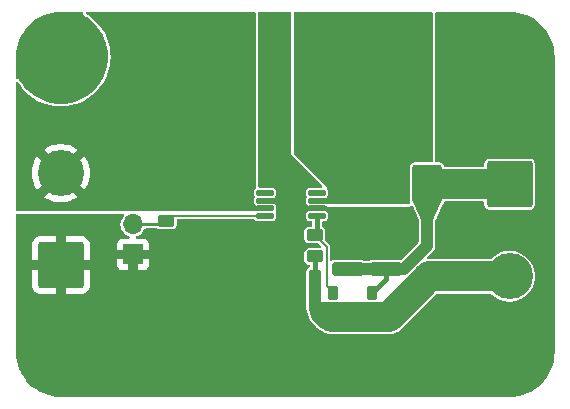
<source format=gtl>
%TF.GenerationSoftware,KiCad,Pcbnew,7.0.6*%
%TF.CreationDate,2023-07-17T23:29:13+02:00*%
%TF.ProjectId,bulb_driver,62756c62-5f64-4726-9976-65722e6b6963,rev?*%
%TF.SameCoordinates,Original*%
%TF.FileFunction,Copper,L1,Top*%
%TF.FilePolarity,Positive*%
%FSLAX46Y46*%
G04 Gerber Fmt 4.6, Leading zero omitted, Abs format (unit mm)*
G04 Created by KiCad (PCBNEW 7.0.6) date 2023-07-17 23:29:13*
%MOMM*%
%LPD*%
G01*
G04 APERTURE LIST*
G04 Aperture macros list*
%AMRoundRect*
0 Rectangle with rounded corners*
0 $1 Rounding radius*
0 $2 $3 $4 $5 $6 $7 $8 $9 X,Y pos of 4 corners*
0 Add a 4 corners polygon primitive as box body*
4,1,4,$2,$3,$4,$5,$6,$7,$8,$9,$2,$3,0*
0 Add four circle primitives for the rounded corners*
1,1,$1+$1,$2,$3*
1,1,$1+$1,$4,$5*
1,1,$1+$1,$6,$7*
1,1,$1+$1,$8,$9*
0 Add four rect primitives between the rounded corners*
20,1,$1+$1,$2,$3,$4,$5,0*
20,1,$1+$1,$4,$5,$6,$7,0*
20,1,$1+$1,$6,$7,$8,$9,0*
20,1,$1+$1,$8,$9,$2,$3,0*%
G04 Aperture macros list end*
%TA.AperFunction,SMDPad,CuDef*%
%ADD10RoundRect,0.250000X1.100000X-0.325000X1.100000X0.325000X-1.100000X0.325000X-1.100000X-0.325000X0*%
%TD*%
%TA.AperFunction,SMDPad,CuDef*%
%ADD11RoundRect,0.250000X-0.450000X0.262500X-0.450000X-0.262500X0.450000X-0.262500X0.450000X0.262500X0*%
%TD*%
%TA.AperFunction,ComponentPad*%
%ADD12RoundRect,0.250002X-1.699998X1.699998X-1.699998X-1.699998X1.699998X-1.699998X1.699998X1.699998X0*%
%TD*%
%TA.AperFunction,ComponentPad*%
%ADD13C,3.900000*%
%TD*%
%TA.AperFunction,ComponentPad*%
%ADD14RoundRect,0.250002X1.699998X-1.699998X1.699998X1.699998X-1.699998X1.699998X-1.699998X-1.699998X0*%
%TD*%
%TA.AperFunction,SMDPad,CuDef*%
%ADD15RoundRect,0.250000X0.262500X0.450000X-0.262500X0.450000X-0.262500X-0.450000X0.262500X-0.450000X0*%
%TD*%
%TA.AperFunction,ComponentPad*%
%ADD16C,0.800000*%
%TD*%
%TA.AperFunction,ComponentPad*%
%ADD17C,6.400000*%
%TD*%
%TA.AperFunction,SMDPad,CuDef*%
%ADD18RoundRect,0.250000X-1.100000X0.325000X-1.100000X-0.325000X1.100000X-0.325000X1.100000X0.325000X0*%
%TD*%
%TA.AperFunction,SMDPad,CuDef*%
%ADD19R,2.000000X3.000000*%
%TD*%
%TA.AperFunction,SMDPad,CuDef*%
%ADD20RoundRect,0.125000X-0.600000X-0.125000X0.600000X-0.125000X0.600000X0.125000X-0.600000X0.125000X0*%
%TD*%
%TA.AperFunction,SMDPad,CuDef*%
%ADD21RoundRect,0.250000X-1.000000X1.400000X-1.000000X-1.400000X1.000000X-1.400000X1.000000X1.400000X0*%
%TD*%
%TA.AperFunction,SMDPad,CuDef*%
%ADD22R,2.800000X5.300000*%
%TD*%
%TA.AperFunction,ComponentPad*%
%ADD23R,1.700000X1.700000*%
%TD*%
%TA.AperFunction,ComponentPad*%
%ADD24O,1.700000X1.700000*%
%TD*%
%TA.AperFunction,SMDPad,CuDef*%
%ADD25RoundRect,0.225000X0.225000X0.375000X-0.225000X0.375000X-0.225000X-0.375000X0.225000X-0.375000X0*%
%TD*%
%TA.AperFunction,ViaPad*%
%ADD26C,0.800000*%
%TD*%
%TA.AperFunction,Conductor*%
%ADD27C,2.500000*%
%TD*%
%TA.AperFunction,Conductor*%
%ADD28C,0.250000*%
%TD*%
%TA.AperFunction,Conductor*%
%ADD29C,1.000000*%
%TD*%
%TA.AperFunction,Conductor*%
%ADD30C,0.400000*%
%TD*%
%TA.AperFunction,Conductor*%
%ADD31C,0.200000*%
%TD*%
G04 APERTURE END LIST*
D10*
%TO.P,C2,1*%
%TO.N,/LED+*%
X114800000Y-87975000D03*
%TO.P,C2,2*%
%TO.N,GND*%
X114800000Y-85025000D03*
%TD*%
D11*
%TO.P,R2,1*%
%TO.N,/FEEDBACK*%
X112000000Y-85087500D03*
%TO.P,R2,2*%
%TO.N,/LED-*%
X112000000Y-86912500D03*
%TD*%
D12*
%TO.P,J3,1,Pin_1*%
%TO.N,/LED+*%
X128500000Y-80800000D03*
D13*
%TO.P,J3,2,Pin_2*%
%TO.N,/LED-*%
X128500000Y-88600000D03*
%TD*%
D11*
%TO.P,R3,1*%
%TO.N,VCC*%
X99400000Y-82075000D03*
%TO.P,R3,2*%
%TO.N,PWM*%
X99400000Y-83900000D03*
%TD*%
D14*
%TO.P,J1,1,Pin_1*%
%TO.N,GND*%
X90500000Y-87650000D03*
D13*
%TO.P,J1,2,Pin_2*%
%TO.N,VCC*%
X90500000Y-79850000D03*
%TD*%
D10*
%TO.P,C4,1*%
%TO.N,/LED+*%
X118000000Y-87975000D03*
%TO.P,C4,2*%
%TO.N,GND*%
X118000000Y-85025000D03*
%TD*%
D15*
%TO.P,R4,1*%
%TO.N,/LED-*%
X112000000Y-90600000D03*
%TO.P,R4,2*%
%TO.N,GND*%
X110175000Y-90600000D03*
%TD*%
D16*
%TO.P,H1,1,1*%
%TO.N,GND*%
X126100000Y-95000000D03*
X126802944Y-93302944D03*
X126802944Y-96697056D03*
X128500000Y-92600000D03*
D17*
X128500000Y-95000000D03*
D16*
X128500000Y-97400000D03*
X130197056Y-93302944D03*
X130197056Y-96697056D03*
X130900000Y-95000000D03*
%TD*%
%TO.P,H2,1,1*%
%TO.N,GND*%
X126100000Y-70000000D03*
X126802944Y-68302944D03*
X126802944Y-71697056D03*
X128500000Y-67600000D03*
D17*
X128500000Y-70000000D03*
D16*
X128500000Y-72400000D03*
X130197056Y-68302944D03*
X130197056Y-71697056D03*
X130900000Y-70000000D03*
%TD*%
D18*
%TO.P,C3,1*%
%TO.N,VCC*%
X105200000Y-82025000D03*
%TO.P,C3,2*%
%TO.N,GND*%
X105200000Y-84975000D03*
%TD*%
D16*
%TO.P,H4,1,1*%
%TO.N,GND*%
X88100000Y-70000000D03*
X88802944Y-68302944D03*
X88802944Y-71697056D03*
X90500000Y-67600000D03*
D17*
X90500000Y-70000000D03*
D16*
X90500000Y-72400000D03*
X92197056Y-68302944D03*
X92197056Y-71697056D03*
X92900000Y-70000000D03*
%TD*%
D18*
%TO.P,C1,2*%
%TO.N,GND*%
X102000000Y-84975000D03*
%TO.P,C1,1*%
%TO.N,VCC*%
X102000000Y-82025000D03*
%TD*%
D16*
%TO.P,H3,1,1*%
%TO.N,GND*%
X88100000Y-95000000D03*
X88802944Y-93302944D03*
X88802944Y-96697056D03*
X90500000Y-92600000D03*
D17*
X90500000Y-95000000D03*
D16*
X90500000Y-97400000D03*
X92197056Y-93302944D03*
X92197056Y-96697056D03*
X92900000Y-95000000D03*
%TD*%
D19*
%TO.P,U1,9,DAP*%
%TO.N,GND*%
X110000000Y-82500000D03*
D20*
%TO.P,U1,8,NC*%
%TO.N,unconnected-(U1-NC-Pad8)*%
X112200000Y-81525000D03*
%TO.P,U1,7,SW*%
%TO.N,Net-(D1-A)*%
X112200000Y-82175000D03*
%TO.P,U1,6,AGND*%
%TO.N,GND*%
X112200000Y-82825000D03*
%TO.P,U1,5,FB*%
%TO.N,/FEEDBACK*%
X112200000Y-83475000D03*
%TO.P,U1,4,DIM*%
%TO.N,PWM*%
X107800000Y-83475000D03*
%TO.P,U1,3,VIN*%
%TO.N,VCC*%
X107800000Y-82825000D03*
%TO.P,U1,2,PGND*%
%TO.N,GND*%
X107800000Y-82175000D03*
%TO.P,U1,1,NC*%
%TO.N,unconnected-(U1-NC-Pad1)*%
X107800000Y-81525000D03*
%TD*%
D21*
%TO.P,D1,1,K*%
%TO.N,/LED+*%
X121500000Y-80800000D03*
%TO.P,D1,2,A*%
%TO.N,Net-(D1-A)*%
X114700000Y-80800000D03*
%TD*%
D22*
%TO.P,L1,2,2*%
%TO.N,Net-(D1-A)*%
X111950000Y-74500000D03*
%TO.P,L1,1,1*%
%TO.N,VCC*%
X101850000Y-74500000D03*
%TD*%
D15*
%TO.P,R1,1*%
%TO.N,/LED-*%
X112000000Y-88700000D03*
%TO.P,R1,2*%
%TO.N,GND*%
X110175000Y-88700000D03*
%TD*%
D23*
%TO.P,J2,1,Pin_1*%
%TO.N,GND*%
X96600000Y-86740000D03*
D24*
%TO.P,J2,2,Pin_2*%
%TO.N,PWM*%
X96600000Y-84200000D03*
%TD*%
D25*
%TO.P,D2,1,K*%
%TO.N,/LED+*%
X116850000Y-90000000D03*
%TO.P,D2,2,A*%
%TO.N,/FEEDBACK*%
X113550000Y-90000000D03*
%TD*%
D26*
%TO.N,GND*%
X118800000Y-86500000D03*
X116400000Y-86500000D03*
X114000000Y-86500000D03*
X115600000Y-86500000D03*
X117200000Y-86500000D03*
X118000000Y-86500000D03*
X114800000Y-86500000D03*
X110700000Y-80400000D03*
X110000000Y-80400000D03*
X109300000Y-80400000D03*
X109300000Y-84600000D03*
X110000000Y-84600000D03*
X110700000Y-84600000D03*
X109300000Y-81100000D03*
X110000000Y-81100000D03*
X110700000Y-81100000D03*
X110700000Y-83900000D03*
X110000000Y-83900000D03*
X109300000Y-83900000D03*
X109300000Y-83200000D03*
X110000000Y-83200000D03*
X110700000Y-83200000D03*
X110700000Y-81800000D03*
X110000000Y-81800000D03*
X109300000Y-81800000D03*
X109300000Y-82500000D03*
X110700000Y-82500000D03*
X110000000Y-82500000D03*
%TD*%
D27*
%TO.N,/LED-*%
X118250000Y-92050000D02*
X115250000Y-92050000D01*
X121000000Y-89300000D02*
X118250000Y-92050000D01*
X121700000Y-88600000D02*
X121000000Y-89300000D01*
X128500000Y-88600000D02*
X121700000Y-88600000D01*
D28*
%TO.N,PWM*%
X99100000Y-84200000D02*
X99400000Y-83900000D01*
X96600000Y-84200000D02*
X99100000Y-84200000D01*
D29*
%TO.N,/LED+*%
X119525000Y-87975000D02*
X121500000Y-86000000D01*
D27*
X121500000Y-80800000D02*
X128500000Y-80800000D01*
D29*
X118000000Y-87975000D02*
X119525000Y-87975000D01*
X114800000Y-87975000D02*
X118000000Y-87975000D01*
X121500000Y-86000000D02*
X121500000Y-80800000D01*
D30*
X118000000Y-88850000D02*
X116850000Y-90000000D01*
X118000000Y-87975000D02*
X118000000Y-88850000D01*
%TO.N,/FEEDBACK*%
X112200000Y-84887500D02*
X112200000Y-83475000D01*
X112000000Y-85087500D02*
X112200000Y-84887500D01*
D31*
X113000000Y-89450000D02*
X113550000Y-90000000D01*
X113000000Y-86087500D02*
X113000000Y-89450000D01*
X112000000Y-85087500D02*
X113000000Y-86087500D01*
%TO.N,PWM*%
X99825000Y-83475000D02*
X107800000Y-83475000D01*
X99400000Y-83900000D02*
X99825000Y-83475000D01*
D29*
%TO.N,/LED-*%
X112000000Y-88700000D02*
X112000000Y-90600000D01*
D30*
X112000000Y-86912500D02*
X112000000Y-88700000D01*
%TD*%
%TA.AperFunction,Conductor*%
%TO.N,Net-(D1-A)*%
G36*
X121959191Y-66219407D02*
G01*
X121995155Y-66268907D01*
X122000000Y-66299500D01*
X122000000Y-78850500D01*
X121981093Y-78908691D01*
X121931593Y-78944655D01*
X121901000Y-78949500D01*
X120445725Y-78949500D01*
X120415305Y-78952353D01*
X120415296Y-78952355D01*
X120287116Y-78997207D01*
X120177855Y-79077845D01*
X120177845Y-79077855D01*
X120097207Y-79187116D01*
X120052355Y-79315296D01*
X120052353Y-79315305D01*
X120049500Y-79345725D01*
X120049500Y-82254274D01*
X120052353Y-82284694D01*
X120052354Y-82284698D01*
X120074610Y-82348303D01*
X120075982Y-82409473D01*
X120041138Y-82459767D01*
X119983386Y-82479975D01*
X119981165Y-82480000D01*
X113081333Y-82480000D01*
X113023142Y-82461093D01*
X113011335Y-82451009D01*
X112989579Y-82429253D01*
X112885545Y-82380741D01*
X112838139Y-82374500D01*
X112838138Y-82374500D01*
X111624000Y-82374500D01*
X111565809Y-82355593D01*
X111529845Y-82306093D01*
X111525000Y-82275500D01*
X111525000Y-82074499D01*
X111543907Y-82016308D01*
X111593407Y-81980344D01*
X111623993Y-81975499D01*
X112838138Y-81975499D01*
X112885545Y-81969259D01*
X112885546Y-81969259D01*
X112941611Y-81943114D01*
X112989579Y-81920747D01*
X113070747Y-81839579D01*
X113119259Y-81735545D01*
X113125500Y-81688139D01*
X113125499Y-81361862D01*
X113119259Y-81314455D01*
X113119259Y-81314453D01*
X113070748Y-81210423D01*
X113070746Y-81210420D01*
X113028996Y-81168669D01*
X113001219Y-81114152D01*
X113000000Y-81098666D01*
X113000000Y-81000000D01*
X110228996Y-78228996D01*
X110201219Y-78174479D01*
X110200000Y-78158992D01*
X110200000Y-66299500D01*
X110218907Y-66241309D01*
X110268407Y-66205345D01*
X110299000Y-66200500D01*
X121901000Y-66200500D01*
X121959191Y-66219407D01*
G37*
%TD.AperFunction*%
%TD*%
%TA.AperFunction,Conductor*%
%TO.N,VCC*%
G36*
X106959191Y-66219407D02*
G01*
X106995155Y-66268907D01*
X107000000Y-66299500D01*
X107000000Y-81098666D01*
X106981093Y-81156857D01*
X106971004Y-81168669D01*
X106929254Y-81210419D01*
X106880741Y-81314455D01*
X106874500Y-81361862D01*
X106874500Y-81688133D01*
X106874501Y-81688145D01*
X106880740Y-81735542D01*
X106914602Y-81808161D01*
X106922058Y-81868891D01*
X106914602Y-81891838D01*
X106880741Y-81964453D01*
X106874500Y-82011862D01*
X106874500Y-82338133D01*
X106874501Y-82338145D01*
X106880740Y-82385544D01*
X106880740Y-82385546D01*
X106929251Y-82489576D01*
X106929252Y-82489577D01*
X106929253Y-82489579D01*
X107010421Y-82570747D01*
X107114455Y-82619259D01*
X107161861Y-82625500D01*
X108101000Y-82625499D01*
X108159191Y-82644406D01*
X108195155Y-82693906D01*
X108200000Y-82724499D01*
X108200000Y-82925500D01*
X108181093Y-82983691D01*
X108131593Y-83019655D01*
X108101000Y-83024500D01*
X107161865Y-83024500D01*
X107161854Y-83024501D01*
X107114455Y-83030740D01*
X107114453Y-83030740D01*
X107010422Y-83079251D01*
X107006362Y-83082095D01*
X106949577Y-83100000D01*
X86799500Y-83100000D01*
X86741309Y-83081093D01*
X86705345Y-83031593D01*
X86700500Y-83001000D01*
X86700500Y-79849999D01*
X88045156Y-79849999D01*
X88064513Y-80157679D01*
X88122277Y-80460486D01*
X88122280Y-80460496D01*
X88217546Y-80753694D01*
X88348804Y-81032630D01*
X88348811Y-81032643D01*
X88505215Y-81279096D01*
X89666309Y-80118001D01*
X89682352Y-80175781D01*
X89771501Y-80343934D01*
X89894714Y-80488992D01*
X90046230Y-80604171D01*
X90218964Y-80684086D01*
X90229319Y-80686365D01*
X89073634Y-81842051D01*
X89184624Y-81922690D01*
X89184644Y-81922702D01*
X89454776Y-82071208D01*
X89454779Y-82071210D01*
X89741410Y-82184694D01*
X90040012Y-82261362D01*
X90345859Y-82300000D01*
X90654141Y-82300000D01*
X90959987Y-82261362D01*
X91258589Y-82184694D01*
X91545218Y-82071210D01*
X91815362Y-81922697D01*
X91815375Y-81922689D01*
X91926363Y-81842050D01*
X90767511Y-80683198D01*
X90869570Y-80648812D01*
X91032650Y-80550689D01*
X91170825Y-80419804D01*
X91277632Y-80262274D01*
X91334708Y-80119021D01*
X92494783Y-81279096D01*
X92651188Y-81032643D01*
X92651195Y-81032630D01*
X92782453Y-80753694D01*
X92877719Y-80460496D01*
X92877722Y-80460486D01*
X92935486Y-80157679D01*
X92954843Y-79850000D01*
X92935486Y-79542320D01*
X92877722Y-79239513D01*
X92877719Y-79239503D01*
X92782453Y-78946305D01*
X92651195Y-78667369D01*
X92651188Y-78667356D01*
X92494783Y-78420902D01*
X91333689Y-79581995D01*
X91317648Y-79524219D01*
X91228499Y-79356066D01*
X91105286Y-79211008D01*
X90953770Y-79095829D01*
X90781036Y-79015914D01*
X90770677Y-79013633D01*
X91926364Y-77857947D01*
X91815372Y-77777308D01*
X91815358Y-77777299D01*
X91545223Y-77628791D01*
X91545220Y-77628789D01*
X91258589Y-77515305D01*
X90959987Y-77438637D01*
X90654141Y-77400000D01*
X90345859Y-77400000D01*
X90040012Y-77438637D01*
X89741410Y-77515305D01*
X89454779Y-77628789D01*
X89454776Y-77628791D01*
X89184641Y-77777299D01*
X89184626Y-77777308D01*
X89073634Y-77857947D01*
X90232488Y-79016801D01*
X90130430Y-79051188D01*
X89967350Y-79149311D01*
X89829175Y-79280196D01*
X89722368Y-79437726D01*
X89665291Y-79580978D01*
X88505216Y-78420903D01*
X88348805Y-78667368D01*
X88348804Y-78667369D01*
X88217546Y-78946305D01*
X88122280Y-79239503D01*
X88122277Y-79239513D01*
X88064513Y-79542320D01*
X88045156Y-79849999D01*
X86700500Y-79849999D01*
X86700500Y-72189203D01*
X86719407Y-72131012D01*
X86768907Y-72095048D01*
X86830093Y-72095048D01*
X86879593Y-72131012D01*
X86884415Y-72138307D01*
X87003193Y-72336477D01*
X87003198Y-72336484D01*
X87003200Y-72336487D01*
X87249054Y-72667983D01*
X87526216Y-72973784D01*
X87832017Y-73250946D01*
X88163513Y-73496800D01*
X88163517Y-73496802D01*
X88163522Y-73496806D01*
X88517503Y-73708975D01*
X88737479Y-73813015D01*
X88890600Y-73885436D01*
X89279189Y-74024476D01*
X89279188Y-74024476D01*
X89679522Y-74124754D01*
X89679527Y-74124755D01*
X89679535Y-74124757D01*
X89679542Y-74124758D01*
X89679552Y-74124760D01*
X89959172Y-74166237D01*
X90087782Y-74185315D01*
X90500000Y-74205566D01*
X90912218Y-74185315D01*
X90912231Y-74185313D01*
X91320447Y-74124760D01*
X91320453Y-74124758D01*
X91320465Y-74124757D01*
X91720811Y-74024476D01*
X92109400Y-73885436D01*
X92482490Y-73708978D01*
X92482491Y-73708977D01*
X92482496Y-73708975D01*
X92836477Y-73496806D01*
X92836477Y-73496805D01*
X92836487Y-73496800D01*
X93167983Y-73250946D01*
X93473784Y-72973784D01*
X93750946Y-72667983D01*
X93996800Y-72336487D01*
X94115585Y-72138307D01*
X94208975Y-71982496D01*
X94299500Y-71791096D01*
X94385436Y-71609400D01*
X94524476Y-71220811D01*
X94624757Y-70820465D01*
X94685315Y-70412218D01*
X94705566Y-70000000D01*
X94685315Y-69587782D01*
X94671947Y-69497664D01*
X94624760Y-69179552D01*
X94624754Y-69179522D01*
X94524476Y-68779189D01*
X94385437Y-68390603D01*
X94385432Y-68390592D01*
X94208975Y-68017503D01*
X93996806Y-67663522D01*
X93996802Y-67663517D01*
X93996800Y-67663513D01*
X93750946Y-67332017D01*
X93738703Y-67318509D01*
X93473797Y-67026230D01*
X93473793Y-67026226D01*
X93473784Y-67026216D01*
X93167983Y-66749054D01*
X92836487Y-66503200D01*
X92836484Y-66503198D01*
X92836477Y-66503193D01*
X92638308Y-66384415D01*
X92598116Y-66338282D01*
X92592717Y-66277335D01*
X92624173Y-66224855D01*
X92680468Y-66200886D01*
X92689204Y-66200500D01*
X106901000Y-66200500D01*
X106959191Y-66219407D01*
G37*
%TD.AperFunction*%
%TD*%
%TA.AperFunction,Conductor*%
%TO.N,GND*%
G36*
X109953691Y-66219407D02*
G01*
X109989655Y-66268907D01*
X109994500Y-66299500D01*
X109994500Y-78163027D01*
X109994817Y-78171093D01*
X109996353Y-78190602D01*
X109996354Y-78190608D01*
X110018115Y-78267769D01*
X110018117Y-78267775D01*
X110045894Y-78322291D01*
X110083681Y-78374300D01*
X110083683Y-78374302D01*
X110083686Y-78374306D01*
X111559379Y-79849999D01*
X112614876Y-80905496D01*
X112642653Y-80960013D01*
X112633082Y-81020445D01*
X112589817Y-81063710D01*
X112544872Y-81074500D01*
X111561865Y-81074500D01*
X111561854Y-81074501D01*
X111514455Y-81080740D01*
X111514453Y-81080740D01*
X111410423Y-81129251D01*
X111329253Y-81210421D01*
X111280741Y-81314455D01*
X111274500Y-81361862D01*
X111274500Y-81688133D01*
X111274501Y-81688145D01*
X111280740Y-81735542D01*
X111280740Y-81735543D01*
X111280741Y-81735545D01*
X111282329Y-81738950D01*
X111314602Y-81808161D01*
X111322058Y-81868891D01*
X111314602Y-81891838D01*
X111280741Y-81964453D01*
X111274500Y-82011862D01*
X111274500Y-82338133D01*
X111274501Y-82338145D01*
X111280740Y-82385544D01*
X111280740Y-82385546D01*
X111329251Y-82489576D01*
X111329252Y-82489577D01*
X111329253Y-82489579D01*
X111410421Y-82570747D01*
X111514455Y-82619259D01*
X111561861Y-82625500D01*
X112838138Y-82625499D01*
X112859040Y-82622747D01*
X112919198Y-82633897D01*
X112920335Y-82634524D01*
X112959637Y-82656535D01*
X112959639Y-82656535D01*
X112959640Y-82656536D01*
X113017831Y-82675443D01*
X113030531Y-82677454D01*
X113081329Y-82685500D01*
X113081333Y-82685500D01*
X119982319Y-82685500D01*
X119982322Y-82685500D01*
X119985699Y-82685462D01*
X120051257Y-82673943D01*
X120109009Y-82653735D01*
X120142553Y-82638499D01*
X120142558Y-82638494D01*
X120148907Y-82634304D01*
X120207886Y-82618022D01*
X120265171Y-82639518D01*
X120294627Y-82678349D01*
X120464239Y-83079251D01*
X120791674Y-83853188D01*
X120791675Y-83853189D01*
X120799499Y-83891763D01*
X120799499Y-85668835D01*
X120780592Y-85727026D01*
X120770503Y-85738839D01*
X119319274Y-87190067D01*
X119264757Y-87217844D01*
X119216572Y-87213507D01*
X119184699Y-87202354D01*
X119184694Y-87202353D01*
X119154274Y-87199500D01*
X119154266Y-87199500D01*
X116845734Y-87199500D01*
X116845725Y-87199500D01*
X116815305Y-87202353D01*
X116815296Y-87202355D01*
X116687116Y-87247207D01*
X116676348Y-87255155D01*
X116618301Y-87274497D01*
X116617560Y-87274500D01*
X116182440Y-87274500D01*
X116124249Y-87255593D01*
X116123652Y-87255155D01*
X116112883Y-87247207D01*
X115984703Y-87202355D01*
X115984694Y-87202353D01*
X115954274Y-87199500D01*
X115954266Y-87199500D01*
X113645734Y-87199500D01*
X113645725Y-87199500D01*
X113615305Y-87202353D01*
X113615296Y-87202355D01*
X113487116Y-87247207D01*
X113458287Y-87268484D01*
X113400239Y-87287825D01*
X113341909Y-87269353D01*
X113305576Y-87220123D01*
X113300500Y-87188828D01*
X113300500Y-86686136D01*
X113300500Y-86152664D01*
X113302766Y-86138999D01*
X113301506Y-86138824D01*
X113302774Y-86129733D01*
X113300553Y-86081703D01*
X113300500Y-86079417D01*
X113300500Y-86059661D01*
X113300500Y-86059656D01*
X113299845Y-86056154D01*
X113299057Y-86049365D01*
X113297585Y-86017509D01*
X113293615Y-86008519D01*
X113286865Y-85986720D01*
X113285061Y-85977067D01*
X113268278Y-85949962D01*
X113265085Y-85943906D01*
X113256090Y-85923531D01*
X113252207Y-85914736D01*
X113245257Y-85907786D01*
X113231088Y-85889896D01*
X113225920Y-85881549D01*
X113225919Y-85881548D01*
X113200483Y-85862339D01*
X113195306Y-85857834D01*
X112909106Y-85571635D01*
X112881329Y-85517118D01*
X112885666Y-85468934D01*
X112897646Y-85434699D01*
X112900499Y-85404273D01*
X112900500Y-85404273D01*
X112900500Y-84770726D01*
X112900499Y-84770725D01*
X112897646Y-84740305D01*
X112897646Y-84740301D01*
X112852793Y-84612118D01*
X112851336Y-84610144D01*
X112772154Y-84502855D01*
X112772152Y-84502853D01*
X112772150Y-84502850D01*
X112772146Y-84502847D01*
X112772144Y-84502845D01*
X112662883Y-84422207D01*
X112656326Y-84418742D01*
X112657508Y-84416503D01*
X112618117Y-84386508D01*
X112600499Y-84330134D01*
X112600500Y-84024499D01*
X112619408Y-83966308D01*
X112668908Y-83930344D01*
X112699500Y-83925499D01*
X112838135Y-83925499D01*
X112838138Y-83925499D01*
X112885545Y-83919259D01*
X112885546Y-83919259D01*
X112944512Y-83891762D01*
X112989579Y-83870747D01*
X113070747Y-83789579D01*
X113119259Y-83685545D01*
X113125500Y-83638139D01*
X113125499Y-83311862D01*
X113119259Y-83264455D01*
X113119259Y-83264453D01*
X113070748Y-83160423D01*
X113070747Y-83160422D01*
X113070747Y-83160421D01*
X112989579Y-83079253D01*
X112885545Y-83030741D01*
X112838139Y-83024500D01*
X112838137Y-83024500D01*
X111561865Y-83024500D01*
X111561854Y-83024501D01*
X111514455Y-83030740D01*
X111514453Y-83030740D01*
X111410423Y-83079251D01*
X111410421Y-83079252D01*
X111410421Y-83079253D01*
X111329253Y-83160421D01*
X111280741Y-83264455D01*
X111275338Y-83305500D01*
X111274500Y-83311862D01*
X111274500Y-83638133D01*
X111274501Y-83638145D01*
X111280740Y-83685544D01*
X111280740Y-83685546D01*
X111329251Y-83789576D01*
X111329252Y-83789577D01*
X111329253Y-83789579D01*
X111410421Y-83870747D01*
X111514455Y-83919259D01*
X111561861Y-83925500D01*
X111700499Y-83925499D01*
X111758689Y-83944406D01*
X111794653Y-83993906D01*
X111799499Y-84024499D01*
X111799500Y-84275500D01*
X111780593Y-84333690D01*
X111731093Y-84369654D01*
X111700500Y-84374500D01*
X111495725Y-84374500D01*
X111465305Y-84377353D01*
X111465296Y-84377355D01*
X111337116Y-84422207D01*
X111227855Y-84502845D01*
X111227845Y-84502855D01*
X111147207Y-84612116D01*
X111102355Y-84740296D01*
X111102353Y-84740305D01*
X111099500Y-84770725D01*
X111099500Y-85404274D01*
X111102353Y-85434694D01*
X111102355Y-85434703D01*
X111147207Y-85562883D01*
X111227845Y-85672144D01*
X111227847Y-85672146D01*
X111227850Y-85672150D01*
X111227853Y-85672152D01*
X111227855Y-85672154D01*
X111337116Y-85752792D01*
X111337117Y-85752792D01*
X111337118Y-85752793D01*
X111465301Y-85797646D01*
X111495725Y-85800499D01*
X111495727Y-85800500D01*
X111495734Y-85800500D01*
X112247021Y-85800500D01*
X112305212Y-85819407D01*
X112317024Y-85829496D01*
X112485540Y-85998012D01*
X112518025Y-86030496D01*
X112545803Y-86085013D01*
X112536232Y-86145445D01*
X112492967Y-86188710D01*
X112448022Y-86199500D01*
X111495725Y-86199500D01*
X111465305Y-86202353D01*
X111465296Y-86202355D01*
X111337116Y-86247207D01*
X111227855Y-86327845D01*
X111227845Y-86327855D01*
X111147207Y-86437116D01*
X111102355Y-86565296D01*
X111102353Y-86565305D01*
X111099500Y-86595725D01*
X111099500Y-87229274D01*
X111102353Y-87259694D01*
X111102355Y-87259703D01*
X111147207Y-87387883D01*
X111227845Y-87497144D01*
X111227847Y-87497146D01*
X111227850Y-87497150D01*
X111227853Y-87497152D01*
X111227855Y-87497154D01*
X111337116Y-87577792D01*
X111337117Y-87577792D01*
X111337118Y-87577793D01*
X111465301Y-87622646D01*
X111495725Y-87625499D01*
X111495727Y-87625500D01*
X111495734Y-87625500D01*
X111500500Y-87625500D01*
X111558691Y-87644407D01*
X111594655Y-87693907D01*
X111599500Y-87724500D01*
X111599500Y-87750760D01*
X111580593Y-87808951D01*
X111533199Y-87844204D01*
X111524619Y-87847206D01*
X111524614Y-87847208D01*
X111415355Y-87927845D01*
X111415345Y-87927855D01*
X111334707Y-88037116D01*
X111289855Y-88165296D01*
X111289853Y-88165305D01*
X111287000Y-88195725D01*
X111287000Y-89204274D01*
X111289853Y-89234694D01*
X111289855Y-89234704D01*
X111293943Y-89246385D01*
X111299500Y-89279085D01*
X111299500Y-90020913D01*
X111293945Y-90053608D01*
X111289853Y-90065301D01*
X111287000Y-90095725D01*
X111287000Y-91104274D01*
X111289853Y-91134695D01*
X111291140Y-91140587D01*
X111290412Y-91140745D01*
X111294500Y-91164798D01*
X111294500Y-91196047D01*
X111294850Y-91204527D01*
X111296897Y-91229257D01*
X111297946Y-91237678D01*
X111394849Y-91819103D01*
X111402126Y-91848871D01*
X111402127Y-91848871D01*
X111402127Y-91848873D01*
X111410899Y-91875849D01*
X111411229Y-91876862D01*
X111422848Y-91905208D01*
X111613713Y-92286937D01*
X111613713Y-92286938D01*
X111619621Y-92297224D01*
X111638622Y-92326278D01*
X111645684Y-92335822D01*
X111645685Y-92335823D01*
X112130695Y-92917836D01*
X112130695Y-92917837D01*
X112130698Y-92917840D01*
X112156558Y-92943774D01*
X112156562Y-92943777D01*
X112183492Y-92966350D01*
X112183492Y-92966351D01*
X112198519Y-92976817D01*
X112213546Y-92987283D01*
X112213545Y-92987283D01*
X112892297Y-93375141D01*
X112904994Y-93381284D01*
X112927624Y-93390376D01*
X112943170Y-93396622D01*
X112948381Y-93398312D01*
X112956565Y-93400966D01*
X112956563Y-93400965D01*
X112956566Y-93400965D01*
X112956573Y-93400968D01*
X113206610Y-93463477D01*
X113344445Y-93497936D01*
X113356811Y-93500234D01*
X113356818Y-93500234D01*
X113356819Y-93500235D01*
X113393325Y-93504729D01*
X113405892Y-93505500D01*
X113405894Y-93505500D01*
X116100996Y-93505500D01*
X116101000Y-93505500D01*
X116133144Y-93502970D01*
X116138457Y-93502128D01*
X116141044Y-93501719D01*
X116156529Y-93500500D01*
X118156868Y-93500500D01*
X118162991Y-93500879D01*
X118189853Y-93504228D01*
X118189857Y-93504227D01*
X118189859Y-93504228D01*
X118267109Y-93501032D01*
X118279986Y-93500500D01*
X118309990Y-93500500D01*
X118309992Y-93500500D01*
X118329924Y-93498848D01*
X118339891Y-93498022D01*
X118430031Y-93494294D01*
X118456523Y-93488738D01*
X118462588Y-93487854D01*
X118489563Y-93485620D01*
X118577001Y-93463477D01*
X118665299Y-93444964D01*
X118690535Y-93435115D01*
X118696339Y-93433256D01*
X118722591Y-93426610D01*
X118805194Y-93390376D01*
X118889238Y-93357583D01*
X118912499Y-93343720D01*
X118917933Y-93340924D01*
X118942728Y-93330049D01*
X119018252Y-93280705D01*
X119095740Y-93234533D01*
X119116393Y-93217040D01*
X119121311Y-93213374D01*
X119143969Y-93198571D01*
X119210340Y-93137472D01*
X119233239Y-93118078D01*
X119254458Y-93096858D01*
X119320825Y-93035764D01*
X119337454Y-93014397D01*
X119341497Y-93009818D01*
X122068078Y-90283239D01*
X122068078Y-90283238D01*
X122271820Y-90079496D01*
X122326338Y-90051719D01*
X122341824Y-90050500D01*
X126869150Y-90050500D01*
X126927341Y-90069407D01*
X126941502Y-90081927D01*
X127028736Y-90175331D01*
X127028740Y-90175335D01*
X127256951Y-90360999D01*
X127256957Y-90361003D01*
X127256959Y-90361004D01*
X127508313Y-90513856D01*
X127508325Y-90513863D01*
X127653147Y-90576766D01*
X127778159Y-90631067D01*
X128061445Y-90710440D01*
X128352902Y-90750500D01*
X128352908Y-90750500D01*
X128647092Y-90750500D01*
X128647098Y-90750500D01*
X128938555Y-90710440D01*
X129221841Y-90631067D01*
X129412413Y-90548290D01*
X129491674Y-90513863D01*
X129491677Y-90513860D01*
X129491682Y-90513859D01*
X129743049Y-90360999D01*
X129971260Y-90175335D01*
X130172065Y-89960326D01*
X130341722Y-89719976D01*
X130477072Y-89458764D01*
X130575592Y-89181554D01*
X130635448Y-88893511D01*
X130655525Y-88600000D01*
X130635448Y-88306489D01*
X130575592Y-88018446D01*
X130477072Y-87741236D01*
X130341722Y-87480024D01*
X130172065Y-87239674D01*
X129971260Y-87024665D01*
X129743049Y-86839001D01*
X129743044Y-86838998D01*
X129743040Y-86838995D01*
X129491686Y-86686143D01*
X129491674Y-86686136D01*
X129261475Y-86586148D01*
X129221841Y-86568933D01*
X128938555Y-86489560D01*
X128647098Y-86449500D01*
X128352902Y-86449500D01*
X128061445Y-86489560D01*
X127778159Y-86568933D01*
X127778155Y-86568934D01*
X127778154Y-86568935D01*
X127508325Y-86686136D01*
X127508313Y-86686143D01*
X127256959Y-86838995D01*
X127256945Y-86839005D01*
X127028745Y-87024660D01*
X127028736Y-87024668D01*
X126941502Y-87118073D01*
X126887966Y-87147696D01*
X126869150Y-87149500D01*
X121793132Y-87149500D01*
X121787008Y-87149120D01*
X121768078Y-87146760D01*
X121760140Y-87145771D01*
X121672815Y-87149384D01*
X121670014Y-87149500D01*
X121640010Y-87149500D01*
X121610107Y-87151977D01*
X121580466Y-87153202D01*
X121521544Y-87136715D01*
X121483566Y-87088743D01*
X121481038Y-87027610D01*
X121506370Y-86984285D01*
X121979319Y-86511337D01*
X121981474Y-86509307D01*
X122028183Y-86467929D01*
X122063653Y-86416540D01*
X122065373Y-86414202D01*
X122103878Y-86365056D01*
X122108966Y-86353748D01*
X122117769Y-86338140D01*
X122124818Y-86327930D01*
X122146951Y-86269565D01*
X122148077Y-86266848D01*
X122173695Y-86209931D01*
X122175931Y-86197723D01*
X122180745Y-86180459D01*
X122185140Y-86168872D01*
X122192660Y-86106933D01*
X122193105Y-86104008D01*
X122204358Y-86042606D01*
X122200589Y-85980307D01*
X122200500Y-85977340D01*
X122200500Y-83891762D01*
X122208324Y-83853188D01*
X122228249Y-83806093D01*
X122737872Y-82601524D01*
X122770258Y-82560446D01*
X122822150Y-82522150D01*
X122822150Y-82522148D01*
X122822152Y-82522148D01*
X122902792Y-82412883D01*
X122902791Y-82412883D01*
X122902793Y-82412882D01*
X122932716Y-82327367D01*
X122936413Y-82316802D01*
X122973478Y-82268122D01*
X123029857Y-82250500D01*
X126250500Y-82250500D01*
X126308691Y-82269407D01*
X126344655Y-82318907D01*
X126349500Y-82349500D01*
X126349500Y-82554272D01*
X126352353Y-82584693D01*
X126352355Y-82584702D01*
X126397206Y-82712880D01*
X126397207Y-82712881D01*
X126477851Y-82822149D01*
X126587119Y-82902793D01*
X126715302Y-82947646D01*
X126745727Y-82950499D01*
X126745729Y-82950500D01*
X126745736Y-82950500D01*
X130254271Y-82950500D01*
X130254271Y-82950499D01*
X130284698Y-82947646D01*
X130412881Y-82902793D01*
X130522149Y-82822149D01*
X130602793Y-82712881D01*
X130647646Y-82584698D01*
X130650499Y-82554271D01*
X130650500Y-82554270D01*
X130650500Y-79045729D01*
X130650499Y-79045727D01*
X130647646Y-79015306D01*
X130647646Y-79015302D01*
X130602793Y-78887119D01*
X130522149Y-78777851D01*
X130412881Y-78697207D01*
X130412880Y-78697206D01*
X130284702Y-78652355D01*
X130284693Y-78652353D01*
X130254272Y-78649500D01*
X130254264Y-78649500D01*
X126745736Y-78649500D01*
X126745727Y-78649500D01*
X126715306Y-78652353D01*
X126715297Y-78652355D01*
X126587119Y-78697206D01*
X126477852Y-78777850D01*
X126477850Y-78777852D01*
X126397206Y-78887119D01*
X126352355Y-79015297D01*
X126352353Y-79015306D01*
X126349500Y-79045727D01*
X126349500Y-79250500D01*
X126330593Y-79308691D01*
X126281093Y-79344655D01*
X126250500Y-79349500D01*
X123029857Y-79349500D01*
X122971666Y-79330593D01*
X122936413Y-79283198D01*
X122902792Y-79187116D01*
X122822154Y-79077855D01*
X122822152Y-79077853D01*
X122822150Y-79077850D01*
X122822146Y-79077847D01*
X122822144Y-79077845D01*
X122712883Y-78997207D01*
X122584703Y-78952355D01*
X122584694Y-78952353D01*
X122554274Y-78949500D01*
X122554266Y-78949500D01*
X122304500Y-78949500D01*
X122246309Y-78930593D01*
X122210345Y-78881093D01*
X122205500Y-78850500D01*
X122205500Y-66299500D01*
X122224407Y-66241309D01*
X122273907Y-66205345D01*
X122304500Y-66200500D01*
X128460118Y-66200500D01*
X128498779Y-66200500D01*
X128501208Y-66200560D01*
X128715351Y-66211079D01*
X128869992Y-66218676D01*
X128874820Y-66219153D01*
X129238844Y-66273150D01*
X129243603Y-66274096D01*
X129600594Y-66363518D01*
X129605207Y-66364917D01*
X129908040Y-66473273D01*
X129951714Y-66488900D01*
X129956204Y-66490759D01*
X130288880Y-66648103D01*
X130293144Y-66650381D01*
X130608818Y-66839589D01*
X130612840Y-66842278D01*
X130908427Y-67061501D01*
X130912174Y-67064575D01*
X131184858Y-67311722D01*
X131188277Y-67315141D01*
X131320238Y-67460737D01*
X131435420Y-67587821D01*
X131438504Y-67591579D01*
X131657717Y-67887153D01*
X131660413Y-67891186D01*
X131849613Y-68206848D01*
X131851899Y-68211125D01*
X132009239Y-68543794D01*
X132011099Y-68548285D01*
X132135076Y-68894773D01*
X132136487Y-68899425D01*
X132225901Y-69256388D01*
X132226849Y-69261155D01*
X132280846Y-69625179D01*
X132281322Y-69630016D01*
X132299439Y-69998790D01*
X132299499Y-70001219D01*
X132299500Y-94960117D01*
X132299500Y-94998779D01*
X132299440Y-95001208D01*
X132281322Y-95369983D01*
X132280846Y-95374820D01*
X132226849Y-95738844D01*
X132225901Y-95743611D01*
X132136487Y-96100574D01*
X132135076Y-96105226D01*
X132011099Y-96451714D01*
X132009239Y-96456205D01*
X131851899Y-96788874D01*
X131849608Y-96793161D01*
X131660418Y-97108805D01*
X131657717Y-97112846D01*
X131438504Y-97408420D01*
X131435420Y-97412178D01*
X131188286Y-97684849D01*
X131184849Y-97688286D01*
X130912178Y-97935420D01*
X130908420Y-97938504D01*
X130612846Y-98157717D01*
X130608805Y-98160418D01*
X130293161Y-98349608D01*
X130288874Y-98351899D01*
X129956205Y-98509239D01*
X129951714Y-98511099D01*
X129605226Y-98635076D01*
X129600574Y-98636487D01*
X129243611Y-98725901D01*
X129238844Y-98726849D01*
X128874820Y-98780846D01*
X128869983Y-98781322D01*
X128501208Y-98799440D01*
X128498779Y-98799500D01*
X90501221Y-98799500D01*
X90498792Y-98799440D01*
X90130016Y-98781322D01*
X90125179Y-98780846D01*
X89761155Y-98726849D01*
X89756388Y-98725901D01*
X89547474Y-98673571D01*
X89399418Y-98636484D01*
X89394779Y-98635078D01*
X89277144Y-98592987D01*
X89048285Y-98511099D01*
X89043794Y-98509239D01*
X88711125Y-98351899D01*
X88706848Y-98349613D01*
X88391186Y-98160413D01*
X88387153Y-98157717D01*
X88091579Y-97938504D01*
X88087821Y-97935420D01*
X87815141Y-97688277D01*
X87811722Y-97684858D01*
X87564575Y-97412174D01*
X87561501Y-97408427D01*
X87342278Y-97112840D01*
X87339589Y-97108818D01*
X87150381Y-96793144D01*
X87148100Y-96788874D01*
X87105348Y-96698483D01*
X86990759Y-96456204D01*
X86988900Y-96451714D01*
X86947607Y-96336309D01*
X86864917Y-96105207D01*
X86863518Y-96100594D01*
X86774096Y-95743603D01*
X86773150Y-95738844D01*
X86719153Y-95374820D01*
X86718676Y-95369983D01*
X86700560Y-95001208D01*
X86700500Y-94998779D01*
X86700500Y-87249999D01*
X88050000Y-87249999D01*
X88050001Y-87250000D01*
X89717478Y-87250000D01*
X89651922Y-87414532D01*
X89621131Y-87602349D01*
X89631435Y-87792394D01*
X89682352Y-87975781D01*
X89721700Y-88050000D01*
X88050002Y-88050000D01*
X88050001Y-88050001D01*
X88050001Y-89399984D01*
X88060492Y-89502685D01*
X88060495Y-89502697D01*
X88115643Y-89669122D01*
X88207680Y-89818339D01*
X88331660Y-89942319D01*
X88480877Y-90034356D01*
X88647308Y-90089506D01*
X88750014Y-90099999D01*
X90099998Y-90099999D01*
X90100000Y-90099998D01*
X90100000Y-88429047D01*
X90218964Y-88484086D01*
X90404838Y-88525000D01*
X90547445Y-88525000D01*
X90689208Y-88509582D01*
X90869570Y-88448812D01*
X90900000Y-88430502D01*
X90900000Y-90099998D01*
X90900001Y-90099999D01*
X92249984Y-90099999D01*
X92352685Y-90089507D01*
X92352697Y-90089504D01*
X92519122Y-90034356D01*
X92668339Y-89942319D01*
X92792319Y-89818339D01*
X92884356Y-89669122D01*
X92939506Y-89502691D01*
X92950000Y-89399985D01*
X92950000Y-88050001D01*
X92949999Y-88050000D01*
X91282522Y-88050000D01*
X91348078Y-87885468D01*
X91378869Y-87697651D01*
X91375625Y-87637824D01*
X95249999Y-87637824D01*
X95256401Y-87697370D01*
X95256403Y-87697381D01*
X95306646Y-87832088D01*
X95306647Y-87832090D01*
X95392807Y-87947184D01*
X95392815Y-87947192D01*
X95507909Y-88033352D01*
X95507911Y-88033353D01*
X95642618Y-88083596D01*
X95642629Y-88083598D01*
X95702176Y-88090000D01*
X96199999Y-88090000D01*
X96200000Y-88089999D01*
X96200000Y-87140001D01*
X96199999Y-87140000D01*
X95250001Y-87140000D01*
X95250000Y-87140001D01*
X95250000Y-87637824D01*
X95249999Y-87637824D01*
X91375625Y-87637824D01*
X91368565Y-87507606D01*
X91317648Y-87324219D01*
X91278300Y-87250000D01*
X92949998Y-87250000D01*
X92949999Y-87249999D01*
X92949999Y-85900015D01*
X92939507Y-85797314D01*
X92939504Y-85797302D01*
X92884356Y-85630877D01*
X92792319Y-85481660D01*
X92668339Y-85357680D01*
X92519122Y-85265643D01*
X92352691Y-85210493D01*
X92249985Y-85200000D01*
X90900001Y-85200000D01*
X90900000Y-85200001D01*
X90900000Y-86870952D01*
X90781036Y-86815914D01*
X90595162Y-86775000D01*
X90452555Y-86775000D01*
X90310792Y-86790418D01*
X90130430Y-86851188D01*
X90100000Y-86869497D01*
X90100000Y-85200000D01*
X88750015Y-85200000D01*
X88647314Y-85210492D01*
X88647302Y-85210495D01*
X88480877Y-85265643D01*
X88331660Y-85357680D01*
X88207680Y-85481660D01*
X88115643Y-85630877D01*
X88060493Y-85797308D01*
X88050000Y-85900014D01*
X88050000Y-87249999D01*
X86700500Y-87249999D01*
X86700500Y-83404500D01*
X86719407Y-83346309D01*
X86768907Y-83310345D01*
X86799500Y-83305500D01*
X95765807Y-83305500D01*
X95823998Y-83324407D01*
X95859962Y-83373907D01*
X95859962Y-83435093D01*
X95842336Y-83467303D01*
X95809840Y-83506899D01*
X95722316Y-83613547D01*
X95624768Y-83796045D01*
X95564699Y-83994065D01*
X95564698Y-83994070D01*
X95544417Y-84199996D01*
X95544417Y-84200003D01*
X95564698Y-84405929D01*
X95564699Y-84405934D01*
X95624768Y-84603954D01*
X95722316Y-84786452D01*
X95853585Y-84946404D01*
X95853590Y-84946410D01*
X95853595Y-84946414D01*
X96013547Y-85077683D01*
X96013548Y-85077683D01*
X96013550Y-85077685D01*
X96196046Y-85175232D01*
X96265377Y-85196263D01*
X96315574Y-85231248D01*
X96335620Y-85289056D01*
X96317859Y-85347607D01*
X96269075Y-85384536D01*
X96236639Y-85390000D01*
X95702176Y-85390000D01*
X95642629Y-85396401D01*
X95642618Y-85396403D01*
X95507911Y-85446646D01*
X95507909Y-85446647D01*
X95392815Y-85532807D01*
X95392807Y-85532815D01*
X95306647Y-85647909D01*
X95306646Y-85647911D01*
X95256403Y-85782618D01*
X95256401Y-85782629D01*
X95249999Y-85842175D01*
X95250000Y-86339999D01*
X95250001Y-86340000D01*
X96298103Y-86340000D01*
X96218239Y-86409202D01*
X96140507Y-86530156D01*
X96100000Y-86668111D01*
X96100000Y-86811889D01*
X96140507Y-86949844D01*
X96218239Y-87070798D01*
X96326900Y-87164952D01*
X96457685Y-87224680D01*
X96564237Y-87240000D01*
X96635763Y-87240000D01*
X96742315Y-87224680D01*
X96873100Y-87164952D01*
X96901897Y-87140000D01*
X97000000Y-87140000D01*
X97000000Y-88089999D01*
X97000001Y-88090000D01*
X97497824Y-88090000D01*
X97557370Y-88083598D01*
X97557381Y-88083596D01*
X97692088Y-88033353D01*
X97692090Y-88033352D01*
X97807184Y-87947192D01*
X97807192Y-87947184D01*
X97893352Y-87832090D01*
X97893353Y-87832088D01*
X97943596Y-87697381D01*
X97943598Y-87697370D01*
X97950000Y-87637824D01*
X97950000Y-87140001D01*
X97949999Y-87140000D01*
X97000000Y-87140000D01*
X96901897Y-87140000D01*
X96981761Y-87070798D01*
X97059493Y-86949844D01*
X97100000Y-86811889D01*
X97100000Y-86668111D01*
X97059493Y-86530156D01*
X96981761Y-86409202D01*
X96901897Y-86340000D01*
X97949999Y-86340000D01*
X97950000Y-86339998D01*
X97950000Y-85842175D01*
X97943598Y-85782629D01*
X97943596Y-85782618D01*
X97893353Y-85647911D01*
X97893352Y-85647909D01*
X97807192Y-85532815D01*
X97807184Y-85532807D01*
X97692090Y-85446647D01*
X97692088Y-85446646D01*
X97557381Y-85396403D01*
X97557370Y-85396401D01*
X97497824Y-85390000D01*
X96963361Y-85390000D01*
X96905170Y-85371093D01*
X96869206Y-85321593D01*
X96869206Y-85260407D01*
X96905170Y-85210907D01*
X96934623Y-85196263D01*
X97003954Y-85175232D01*
X97186450Y-85077685D01*
X97346410Y-84946410D01*
X97477685Y-84786450D01*
X97575232Y-84603954D01*
X97577717Y-84595758D01*
X97612703Y-84545564D01*
X97670512Y-84525519D01*
X97672454Y-84525500D01*
X98650623Y-84525500D01*
X98708814Y-84544407D01*
X98709411Y-84544845D01*
X98737116Y-84565292D01*
X98737117Y-84565292D01*
X98737118Y-84565293D01*
X98865301Y-84610146D01*
X98895725Y-84612999D01*
X98895727Y-84613000D01*
X98895734Y-84613000D01*
X99904273Y-84613000D01*
X99904273Y-84612999D01*
X99934699Y-84610146D01*
X100062882Y-84565293D01*
X100172150Y-84484650D01*
X100252793Y-84375382D01*
X100297646Y-84247199D01*
X100300499Y-84216773D01*
X100300500Y-84216773D01*
X100300500Y-83874500D01*
X100319407Y-83816309D01*
X100368907Y-83780345D01*
X100399500Y-83775500D01*
X106874167Y-83775500D01*
X106932358Y-83794407D01*
X106944164Y-83804490D01*
X107010421Y-83870747D01*
X107114455Y-83919259D01*
X107161861Y-83925500D01*
X108438138Y-83925499D01*
X108485545Y-83919259D01*
X108485546Y-83919259D01*
X108544512Y-83891762D01*
X108589579Y-83870747D01*
X108670747Y-83789579D01*
X108719259Y-83685545D01*
X108725500Y-83638139D01*
X108725499Y-83311862D01*
X108719259Y-83264455D01*
X108717052Y-83259723D01*
X108685398Y-83191838D01*
X108677941Y-83131109D01*
X108685398Y-83108159D01*
X108719259Y-83035545D01*
X108725500Y-82988139D01*
X108725499Y-82661862D01*
X108719259Y-82614455D01*
X108719259Y-82614453D01*
X108670748Y-82510423D01*
X108670747Y-82510422D01*
X108670747Y-82510421D01*
X108589579Y-82429253D01*
X108485545Y-82380741D01*
X108438139Y-82374500D01*
X108438138Y-82374500D01*
X107179000Y-82374500D01*
X107120809Y-82355593D01*
X107084845Y-82306093D01*
X107080000Y-82275500D01*
X107080000Y-82074499D01*
X107098907Y-82016308D01*
X107148407Y-81980344D01*
X107178993Y-81975499D01*
X108438138Y-81975499D01*
X108485545Y-81969259D01*
X108485546Y-81969259D01*
X108541611Y-81943114D01*
X108589579Y-81920747D01*
X108670747Y-81839579D01*
X108719259Y-81735545D01*
X108725500Y-81688139D01*
X108725499Y-81361862D01*
X108719259Y-81314455D01*
X108719259Y-81314453D01*
X108670748Y-81210423D01*
X108670747Y-81210422D01*
X108670747Y-81210421D01*
X108589579Y-81129253D01*
X108485545Y-81080741D01*
X108438139Y-81074500D01*
X108438138Y-81074500D01*
X107304500Y-81074500D01*
X107246309Y-81055593D01*
X107210345Y-81006093D01*
X107205500Y-80975500D01*
X107205500Y-66299500D01*
X107224407Y-66241309D01*
X107273907Y-66205345D01*
X107304500Y-66200500D01*
X109895500Y-66200500D01*
X109953691Y-66219407D01*
G37*
%TD.AperFunction*%
%TA.AperFunction,Conductor*%
G36*
X92347180Y-66219407D02*
G01*
X92383144Y-66268907D01*
X92387603Y-66290765D01*
X92388019Y-66295465D01*
X92388019Y-66295468D01*
X92393418Y-66356415D01*
X92394950Y-66364923D01*
X92399946Y-66392677D01*
X92399946Y-66392678D01*
X92443173Y-66473274D01*
X92483358Y-66519400D01*
X92483361Y-66519402D01*
X92483364Y-66519406D01*
X92532660Y-66560678D01*
X92532662Y-66560679D01*
X92532663Y-66560680D01*
X92532664Y-66560681D01*
X92618932Y-66612387D01*
X92720088Y-66673017D01*
X92724119Y-66675712D01*
X93035509Y-66906654D01*
X93039258Y-66909730D01*
X93326504Y-67170075D01*
X93329923Y-67173494D01*
X93590265Y-67460737D01*
X93593349Y-67464495D01*
X93824269Y-67775854D01*
X93826969Y-67779895D01*
X94026272Y-68112408D01*
X94028564Y-68116695D01*
X94194304Y-68467126D01*
X94196164Y-68471616D01*
X94326770Y-68836630D01*
X94328178Y-68841275D01*
X94342153Y-68897063D01*
X94422366Y-69217294D01*
X94423314Y-69222060D01*
X94480200Y-69605543D01*
X94480676Y-69610381D01*
X94499698Y-69997569D01*
X94499698Y-70002429D01*
X94480677Y-70389621D01*
X94480200Y-70394458D01*
X94423319Y-70777920D01*
X94422371Y-70782688D01*
X94328180Y-71158720D01*
X94326769Y-71163371D01*
X94196169Y-71528370D01*
X94194309Y-71532861D01*
X94028559Y-71883310D01*
X94026268Y-71887597D01*
X93826976Y-72220095D01*
X93824275Y-72224136D01*
X93593349Y-72535503D01*
X93590265Y-72539261D01*
X93329932Y-72826495D01*
X93326495Y-72829932D01*
X93039261Y-73090265D01*
X93035503Y-73093349D01*
X92724136Y-73324275D01*
X92720095Y-73326976D01*
X92387597Y-73526268D01*
X92383310Y-73528559D01*
X92032861Y-73694309D01*
X92028370Y-73696169D01*
X91663371Y-73826769D01*
X91658726Y-73828177D01*
X91282685Y-73922371D01*
X91277924Y-73923318D01*
X90894469Y-73980198D01*
X90889634Y-73980674D01*
X90502429Y-73999698D01*
X90497568Y-73999698D01*
X90110377Y-73980677D01*
X90105544Y-73980200D01*
X89722096Y-73923321D01*
X89717339Y-73922375D01*
X89341261Y-73828174D01*
X89336623Y-73826768D01*
X89154121Y-73761467D01*
X88971627Y-73696169D01*
X88967137Y-73694309D01*
X88616687Y-73528559D01*
X88612410Y-73526273D01*
X88279914Y-73326983D01*
X88275878Y-73324285D01*
X87964488Y-73093344D01*
X87960736Y-73090265D01*
X87673494Y-72829923D01*
X87670075Y-72826504D01*
X87409729Y-72539257D01*
X87406655Y-72535510D01*
X87175719Y-72224130D01*
X87173030Y-72220108D01*
X87058348Y-72028771D01*
X87051026Y-72017694D01*
X87000383Y-71964758D01*
X87000381Y-71964757D01*
X86950892Y-71928801D01*
X86950887Y-71928798D01*
X86950883Y-71928795D01*
X86919256Y-71909899D01*
X86830093Y-71889548D01*
X86799500Y-71889548D01*
X86741309Y-71870641D01*
X86705345Y-71821141D01*
X86700500Y-71790548D01*
X86700500Y-70001219D01*
X86700560Y-69998790D01*
X86718677Y-69630016D01*
X86719153Y-69625179D01*
X86773150Y-69261155D01*
X86774095Y-69256400D01*
X86863519Y-68899399D01*
X86864915Y-68894798D01*
X86988901Y-68548280D01*
X86990756Y-68543802D01*
X87148107Y-68211110D01*
X87150377Y-68206864D01*
X87339595Y-67891172D01*
X87342271Y-67887168D01*
X87561508Y-67591562D01*
X87564567Y-67587835D01*
X87811731Y-67315131D01*
X87815131Y-67311731D01*
X88087835Y-67064567D01*
X88091562Y-67061508D01*
X88387168Y-66842271D01*
X88391172Y-66839595D01*
X88706864Y-66650377D01*
X88711110Y-66648107D01*
X89043802Y-66490756D01*
X89048280Y-66488901D01*
X89394798Y-66364915D01*
X89399399Y-66363519D01*
X89756400Y-66274095D01*
X89761155Y-66273150D01*
X90125179Y-66219153D01*
X90130005Y-66218677D01*
X90293604Y-66210639D01*
X90498792Y-66200560D01*
X90501221Y-66200500D01*
X90539882Y-66200500D01*
X92288989Y-66200500D01*
X92347180Y-66219407D01*
G37*
%TD.AperFunction*%
%TD*%
%TA.AperFunction,Conductor*%
%TO.N,/LED-*%
G36*
X112459191Y-90018907D02*
G01*
X112495155Y-90068407D01*
X112500000Y-90099000D01*
X112500000Y-90800000D01*
X113283208Y-90800000D01*
X113287091Y-90800152D01*
X113291511Y-90800500D01*
X113291512Y-90800500D01*
X113808489Y-90800500D01*
X113812909Y-90800152D01*
X113816792Y-90800000D01*
X116101000Y-90800000D01*
X116159191Y-90818907D01*
X116195155Y-90868407D01*
X116200000Y-90899000D01*
X116200000Y-93201000D01*
X116181093Y-93259191D01*
X116131593Y-93295155D01*
X116101000Y-93300000D01*
X113800000Y-93300000D01*
X113412187Y-93300000D01*
X113388176Y-93297044D01*
X113013249Y-93203312D01*
X112988142Y-93193224D01*
X112315503Y-92808859D01*
X112288568Y-92786282D01*
X111807355Y-92208826D01*
X111794861Y-92189722D01*
X111794860Y-92189721D01*
X111606656Y-91813312D01*
X111597553Y-91785320D01*
X111501347Y-91208081D01*
X111500000Y-91191806D01*
X111500000Y-90099000D01*
X111518907Y-90040809D01*
X111568407Y-90004845D01*
X111599000Y-90000000D01*
X112401000Y-90000000D01*
X112459191Y-90018907D01*
G37*
%TD.AperFunction*%
%TD*%
%TA.AperFunction,Conductor*%
%TO.N,/LED+*%
G36*
X121578551Y-80914491D02*
G01*
X121581569Y-80918646D01*
X122174192Y-81780643D01*
X122569267Y-82355298D01*
X122586653Y-82413961D01*
X122578863Y-82449958D01*
X121591176Y-84784493D01*
X121551089Y-84830718D01*
X121491488Y-84844552D01*
X121435139Y-84820712D01*
X121408824Y-84784493D01*
X120421136Y-82449958D01*
X120415876Y-82389000D01*
X120430730Y-82355300D01*
X121418421Y-80918660D01*
X121466967Y-80881421D01*
X121528132Y-80879828D01*
X121578551Y-80914491D01*
G37*
%TD.AperFunction*%
%TD*%
M02*

</source>
